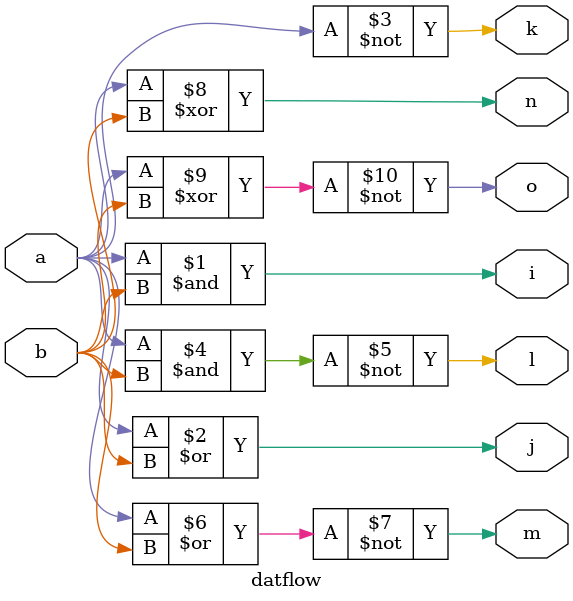
<source format=v>
module datflow(a,b,i,j,k,l,m,n,o);
  input a,b;
  output i,j,k,l,m,n,o;
  assign i = a&b;
  assign j = a|b;
  assign k = ~a;
  assign l = ~(a&b);
  assign m = ~(a|b);
  assign n = (a^b);
  assign o = ~(a^b);
endmodule

</source>
